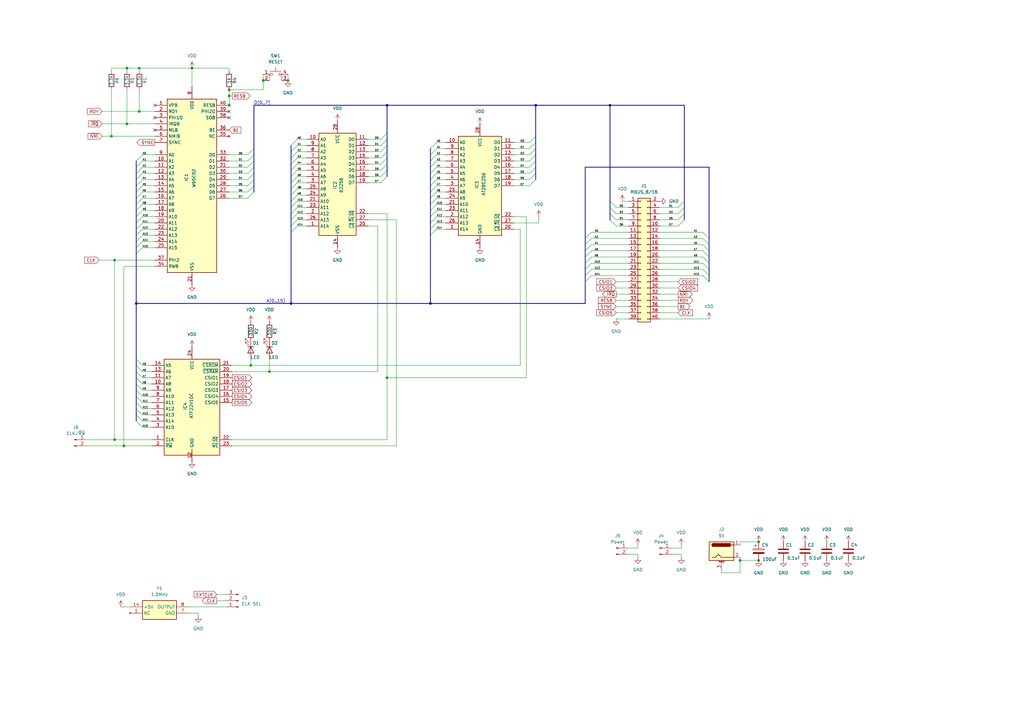
<source format=kicad_sch>
(kicad_sch (version 20231120) (generator "eeschema") (generator_version "8.0")
  (paper "A3")
  (title_block (title "MIC-1 CPU Board") (rev "1.0") (company "Mikael Eriksson"))
  (junction (at 46.99 180.34))
  (junction (at 176.53 124.46))
  (junction (at 102.87 149.86))
  (junction (at 57.15 45.72))
  (junction (at 46.99 106.68))
  (junction (at 50.8 182.88))
  (junction (at 93.98 43.18))
  (junction (at 311.15 222.25))
  (junction (at 107.95 33.02))
  (junction (at 78.74 27.94))
  (junction (at 250.19 43.18))
  (junction (at 158.75 43.18))
  (junction (at 52.07 50.8))
  (junction (at 55.88 124.46))
  (junction (at 158.75 154.94))
  (junction (at 57.15 27.94))
  (junction (at 311.15 229.87))
  (junction (at 52.07 27.94))
  (junction (at 93.98 36.83))
  (junction (at 110.49 152.4))
  (junction (at 219.71 43.18))
  (junction (at 118.11 33.02))
  (junction (at 119.38 124.46))
  (junction (at 93.98 39.37))
  (junction (at 303.53 229.87))
  (junction (at 45.72 55.88))
  (no_connect (at 93.98 48.26))
  (no_connect (at 93.98 45.72))
  (no_connect (at 63.5 48.26))
  (no_connect (at 63.5 43.18))
  (no_connect (at 63.5 53.34))
  (bus_entry (at 156.21 57.15) (size 2.54 -2.54))
  (bus_entry (at 156.21 74.93) (size 2.54 -2.54))
  (bus_entry (at 55.88 93.98) (size 2.54 -2.54))
  (bus_entry (at 176.53 63.5) (size 2.54 -2.54))
  (bus_entry (at 176.53 66.04) (size 2.54 -2.54))
  (bus_entry (at 55.88 86.36) (size 2.54 -2.54))
  (bus_entry (at 101.6 73.66) (size 2.54 -2.54))
  (bus_entry (at 288.29 97.79) (size 2.54 2.54))
  (bus_entry (at 278.13 90.17) (size 2.54 -2.54))
  (bus_entry (at 119.38 74.93) (size 2.54 -2.54))
  (bus_entry (at 55.88 149.86) (size 2.54 2.54))
  (bus_entry (at 55.88 78.74) (size 2.54 -2.54))
  (bus_entry (at 176.53 86.36) (size 2.54 -2.54))
  (bus_entry (at 156.21 67.31) (size 2.54 -2.54))
  (bus_entry (at 101.6 78.74) (size 2.54 -2.54))
  (bus_entry (at 288.29 105.41) (size 2.54 2.54))
  (bus_entry (at 55.88 73.66) (size 2.54 -2.54))
  (bus_entry (at 55.88 147.32) (size 2.54 2.54))
  (bus_entry (at 119.38 64.77) (size 2.54 -2.54))
  (bus_entry (at 55.88 96.52) (size 2.54 -2.54))
  (bus_entry (at 55.88 83.82) (size 2.54 -2.54))
  (bus_entry (at 217.17 71.12) (size 2.54 -2.54))
  (bus_entry (at 55.88 162.56) (size 2.54 2.54))
  (bus_entry (at 119.38 72.39) (size 2.54 -2.54))
  (bus_entry (at 119.38 77.47) (size 2.54 -2.54))
  (bus_entry (at 55.88 172.72) (size 2.54 2.54))
  (bus_entry (at 55.88 170.18) (size 2.54 2.54))
  (bus_entry (at 55.88 71.12) (size 2.54 -2.54))
  (bus_entry (at 101.6 81.28) (size 2.54 -2.54))
  (bus_entry (at 278.13 87.63) (size 2.54 -2.54))
  (bus_entry (at 250.19 90.17) (size 2.54 2.54))
  (bus_entry (at 55.88 76.2) (size 2.54 -2.54))
  (bus_entry (at 119.38 62.23) (size 2.54 -2.54))
  (bus_entry (at 156.21 62.23) (size 2.54 -2.54))
  (bus_entry (at 55.88 99.06) (size 2.54 -2.54))
  (bus_entry (at 101.6 66.04) (size 2.54 -2.54))
  (bus_entry (at 119.38 80.01) (size 2.54 -2.54))
  (bus_entry (at 55.88 157.48) (size 2.54 2.54))
  (bus_entry (at 176.53 96.52) (size 2.54 -2.54))
  (bus_entry (at 176.53 76.2) (size 2.54 -2.54))
  (bus_entry (at 55.88 68.58) (size 2.54 -2.54))
  (bus_entry (at 176.53 88.9) (size 2.54 -2.54))
  (bus_entry (at 101.6 71.12) (size 2.54 -2.54))
  (bus_entry (at 119.38 87.63) (size 2.54 -2.54))
  (bus_entry (at 176.53 93.98) (size 2.54 -2.54))
  (bus_entry (at 240.03 100.33) (size 2.54 -2.54))
  (bus_entry (at 101.6 63.5) (size 2.54 -2.54))
  (bus_entry (at 240.03 102.87) (size 2.54 -2.54))
  (bus_entry (at 217.17 58.42) (size 2.54 -2.54))
  (bus_entry (at 156.21 69.85) (size 2.54 -2.54))
  (bus_entry (at 240.03 97.79) (size 2.54 -2.54))
  (bus_entry (at 55.88 66.04) (size 2.54 -2.54))
  (bus_entry (at 278.13 85.09) (size 2.54 -2.54))
  (bus_entry (at 217.17 73.66) (size 2.54 -2.54))
  (bus_entry (at 119.38 92.71) (size 2.54 -2.54))
  (bus_entry (at 288.29 102.87) (size 2.54 2.54))
  (bus_entry (at 176.53 71.12) (size 2.54 -2.54))
  (bus_entry (at 119.38 85.09) (size 2.54 -2.54))
  (bus_entry (at 240.03 107.95) (size 2.54 -2.54))
  (bus_entry (at 240.03 113.03) (size 2.54 -2.54))
  (bus_entry (at 288.29 113.03) (size 2.54 2.54))
  (bus_entry (at 176.53 68.58) (size 2.54 -2.54))
  (bus_entry (at 55.88 88.9) (size 2.54 -2.54))
  (bus_entry (at 101.6 76.2) (size 2.54 -2.54))
  (bus_entry (at 55.88 91.44) (size 2.54 -2.54))
  (bus_entry (at 156.21 64.77) (size 2.54 -2.54))
  (bus_entry (at 288.29 107.95) (size 2.54 2.54))
  (bus_entry (at 119.38 67.31) (size 2.54 -2.54))
  (bus_entry (at 288.29 95.25) (size 2.54 2.54))
  (bus_entry (at 288.29 100.33) (size 2.54 2.54))
  (bus_entry (at 119.38 59.69) (size 2.54 -2.54))
  (bus_entry (at 176.53 78.74) (size 2.54 -2.54))
  (bus_entry (at 55.88 101.6) (size 2.54 -2.54))
  (bus_entry (at 55.88 81.28) (size 2.54 -2.54))
  (bus_entry (at 55.88 165.1) (size 2.54 2.54))
  (bus_entry (at 217.17 68.58) (size 2.54 -2.54))
  (bus_entry (at 250.19 85.09) (size 2.54 2.54))
  (bus_entry (at 278.13 92.71) (size 2.54 -2.54))
  (bus_entry (at 55.88 160.02) (size 2.54 2.54))
  (bus_entry (at 176.53 60.96) (size 2.54 -2.54))
  (bus_entry (at 217.17 63.5) (size 2.54 -2.54))
  (bus_entry (at 240.03 115.57) (size 2.54 -2.54))
  (bus_entry (at 240.03 110.49) (size 2.54 -2.54))
  (bus_entry (at 217.17 66.04) (size 2.54 -2.54))
  (bus_entry (at 55.88 154.94) (size 2.54 2.54))
  (bus_entry (at 217.17 60.96) (size 2.54 -2.54))
  (bus_entry (at 176.53 91.44) (size 2.54 -2.54))
  (bus_entry (at 119.38 90.17) (size 2.54 -2.54))
  (bus_entry (at 250.19 82.55) (size 2.54 2.54))
  (bus_entry (at 119.38 95.25) (size 2.54 -2.54))
  (bus_entry (at 101.6 68.58) (size 2.54 -2.54))
  (bus_entry (at 55.88 152.4) (size 2.54 2.54))
  (bus_entry (at 217.17 76.2) (size 2.54 -2.54))
  (bus_entry (at 55.88 167.64) (size 2.54 2.54))
  (bus_entry (at 176.53 83.82) (size 2.54 -2.54))
  (bus_entry (at 240.03 105.41) (size 2.54 -2.54))
  (bus_entry (at 288.29 110.49) (size 2.54 2.54))
  (bus_entry (at 156.21 59.69) (size 2.54 -2.54))
  (bus_entry (at 250.19 87.63) (size 2.54 2.54))
  (bus_entry (at 156.21 72.39) (size 2.54 -2.54))
  (bus_entry (at 176.53 73.66) (size 2.54 -2.54))
  (bus_entry (at 176.53 81.28) (size 2.54 -2.54))
  (bus_entry (at 55.88 104.14) (size 2.54 -2.54))
  (bus_entry (at 119.38 82.55) (size 2.54 -2.54))
  (bus_entry (at 119.38 69.85) (size 2.54 -2.54))
  (bus (pts (xy 290.83 100.33) (xy 290.83 102.87)))
  (bus (pts (xy 176.53 83.82) (xy 176.53 86.36)))
  (wire (pts (xy 261.62 227.33) (xy 261.62 228.6)))
  (bus (pts (xy 158.75 54.61) (xy 158.75 43.18)))
  (bus (pts (xy 55.88 167.64) (xy 55.88 165.1)))
  (wire (pts (xy 78.74 27.94) (xy 78.74 35.56)))
  (bus (pts (xy 55.88 157.48) (xy 55.88 154.94)))
  (bus (pts (xy 119.38 90.17) (xy 119.38 92.71)))
  (bus (pts (xy 55.88 160.02) (xy 55.88 157.48)))
  (bus (pts (xy 176.53 73.66) (xy 176.53 76.2)))
  (bus (pts (xy 240.03 102.87) (xy 240.03 105.41)))
  (bus (pts (xy 55.88 152.4) (xy 55.88 149.86)))
  (wire (pts (xy 88.9 243.84) (xy 92.71 243.84)))
  (bus (pts (xy 55.88 165.1) (xy 55.88 162.56)))
  (wire (pts (xy 95.25 182.88) (xy 162.56 182.88)))
  (wire (pts (xy 242.57 95.25) (xy 257.81 95.25)))
  (bus (pts (xy 55.88 96.52) (xy 55.88 99.06)))
  (bus (pts (xy 290.83 97.79) (xy 290.83 100.33)))
  (wire (pts (xy 158.75 87.63) (xy 151.13 87.63)))
  (wire (pts (xy 45.72 27.94) (xy 52.07 27.94)))
  (bus (pts (xy 176.53 76.2) (xy 176.53 78.74)))
  (bus (pts (xy 176.53 96.52) (xy 176.53 124.46)))
  (wire (pts (xy 279.4 223.52) (xy 279.4 224.79)))
  (wire (pts (xy 58.42 101.6) (xy 63.5 101.6)))
  (wire (pts (xy 179.07 91.44) (xy 182.88 91.44)))
  (bus (pts (xy 240.03 115.57) (xy 240.03 124.46)))
  (bus (pts (xy 219.71 60.96) (xy 219.71 58.42)))
  (bus (pts (xy 119.38 69.85) (xy 119.38 72.39)))
  (wire (pts (xy 95.25 152.4) (xy 110.49 152.4)))
  (bus (pts (xy 158.75 59.69) (xy 158.75 57.15)))
  (wire (pts (xy 270.51 100.33) (xy 288.29 100.33)))
  (wire (pts (xy 252.73 87.63) (xy 257.81 87.63)))
  (wire (pts (xy 121.92 69.85) (xy 125.73 69.85)))
  (bus (pts (xy 158.75 62.23) (xy 158.75 59.69)))
  (bus (pts (xy 55.88 172.72) (xy 55.88 170.18)))
  (wire (pts (xy 151.13 62.23) (xy 156.21 62.23)))
  (bus (pts (xy 55.88 81.28) (xy 55.88 83.82)))
  (wire (pts (xy 121.92 64.77) (xy 125.73 64.77)))
  (bus (pts (xy 219.71 68.58) (xy 219.71 66.04)))
  (wire (pts (xy 270.51 107.95) (xy 288.29 107.95)))
  (wire (pts (xy 213.36 149.86) (xy 213.36 93.98)))
  (bus (pts (xy 104.14 71.12) (xy 104.14 68.58)))
  (bus (pts (xy 119.38 124.46) (xy 176.53 124.46)))
  (bus (pts (xy 280.67 90.17) (xy 280.67 87.63)))
  (wire (pts (xy 57.15 27.94) (xy 78.74 27.94)))
  (wire (pts (xy 121.92 85.09) (xy 125.73 85.09)))
  (wire (pts (xy 93.98 27.94) (xy 93.98 29.21)))
  (bus (pts (xy 158.75 72.39) (xy 158.75 69.85)))
  (bus (pts (xy 240.03 124.46) (xy 176.53 124.46)))
  (bus (pts (xy 176.53 86.36) (xy 176.53 88.9)))
  (bus (pts (xy 119.38 74.93) (xy 119.38 77.47)))
  (wire (pts (xy 275.59 224.79) (xy 279.4 224.79)))
  (wire (pts (xy 121.92 67.31) (xy 125.73 67.31)))
  (wire (pts (xy 158.75 154.94) (xy 158.75 180.34)))
  (bus (pts (xy 119.38 82.55) (xy 119.38 85.09)))
  (wire (pts (xy 58.42 88.9) (xy 63.5 88.9)))
  (wire (pts (xy 52.07 50.8) (xy 63.5 50.8)))
  (wire (pts (xy 46.99 180.34) (xy 46.99 106.68)))
  (wire (pts (xy 242.57 97.79) (xy 257.81 97.79)))
  (bus (pts (xy 119.38 80.01) (xy 119.38 82.55)))
  (wire (pts (xy 252.73 115.57) (xy 257.81 115.57)))
  (wire (pts (xy 81.28 252.73) (xy 81.28 251.46)))
  (bus (pts (xy 219.71 58.42) (xy 219.71 55.88)))
  (wire (pts (xy 210.82 73.66) (xy 217.17 73.66)))
  (wire (pts (xy 270.51 97.79) (xy 288.29 97.79)))
  (wire (pts (xy 93.98 36.83) (xy 93.98 39.37)))
  (wire (pts (xy 58.42 172.72) (xy 62.23 172.72)))
  (wire (pts (xy 93.98 66.04) (xy 101.6 66.04)))
  (wire (pts (xy 58.42 73.66) (xy 63.5 73.66)))
  (bus (pts (xy 176.53 71.12) (xy 176.53 73.66)))
  (bus (pts (xy 104.14 76.2) (xy 104.14 78.74)))
  (bus (pts (xy 240.03 68.58) (xy 240.03 97.79)))
  (wire (pts (xy 93.98 63.5) (xy 101.6 63.5)))
  (wire (pts (xy 58.42 160.02) (xy 62.23 160.02)))
  (wire (pts (xy 121.92 57.15) (xy 125.73 57.15)))
  (bus (pts (xy 119.38 77.47) (xy 119.38 80.01)))
  (bus (pts (xy 158.75 43.18) (xy 219.71 43.18)))
  (wire (pts (xy 93.98 73.66) (xy 101.6 73.66)))
  (wire (pts (xy 78.74 27.94) (xy 93.98 27.94)))
  (wire (pts (xy 179.07 88.9) (xy 182.88 88.9)))
  (wire (pts (xy 210.82 88.9) (xy 215.9 88.9)))
  (wire (pts (xy 270.51 95.25) (xy 288.29 95.25)))
  (bus (pts (xy 55.88 93.98) (xy 55.88 96.52)))
  (wire (pts (xy 93.98 68.58) (xy 101.6 68.58)))
  (wire (pts (xy 179.07 83.82) (xy 182.88 83.82)))
  (bus (pts (xy 176.53 93.98) (xy 176.53 96.52)))
  (bus (pts (xy 176.53 60.96) (xy 176.53 63.5)))
  (wire (pts (xy 121.92 74.93) (xy 125.73 74.93)))
  (wire (pts (xy 81.28 251.46) (xy 77.47 251.46)))
  (wire (pts (xy 58.42 83.82) (xy 63.5 83.82)))
  (wire (pts (xy 151.13 69.85) (xy 156.21 69.85)))
  (wire (pts (xy 40.64 106.68) (xy 46.99 106.68)))
  (wire (pts (xy 58.42 170.18) (xy 62.23 170.18)))
  (bus (pts (xy 55.88 124.46) (xy 119.38 124.46)))
  (bus (pts (xy 290.83 105.41) (xy 290.83 107.95)))
  (wire (pts (xy 91.44 43.18) (xy 93.98 43.18)))
  (wire (pts (xy 58.42 81.28) (xy 63.5 81.28)))
  (wire (pts (xy 88.9 246.38) (xy 92.71 246.38)))
  (bus (pts (xy 240.03 107.95) (xy 240.03 110.49)))
  (wire (pts (xy 303.53 228.6) (xy 303.53 229.87)))
  (wire (pts (xy 179.07 60.96) (xy 182.88 60.96)))
  (wire (pts (xy 220.98 88.9) (xy 220.98 91.44)))
  (bus (pts (xy 290.83 107.95) (xy 290.83 110.49)))
  (wire (pts (xy 121.92 82.55) (xy 125.73 82.55)))
  (bus (pts (xy 119.38 64.77) (xy 119.38 67.31)))
  (bus (pts (xy 240.03 100.33) (xy 240.03 102.87)))
  (bus (pts (xy 55.88 99.06) (xy 55.88 101.6)))
  (bus (pts (xy 290.83 97.79) (xy 290.83 68.58)))
  (wire (pts (xy 311.15 229.87) (xy 303.53 229.87)))
  (wire (pts (xy 242.57 113.03) (xy 257.81 113.03)))
  (wire (pts (xy 63.5 109.22) (xy 50.8 109.22)))
  (wire (pts (xy 102.87 147.32) (xy 102.87 149.86)))
  (wire (pts (xy 58.42 165.1) (xy 62.23 165.1)))
  (wire (pts (xy 110.49 147.32) (xy 110.49 152.4)))
  (wire (pts (xy 261.62 223.52) (xy 261.62 224.79)))
  (wire (pts (xy 46.99 106.68) (xy 63.5 106.68)))
  (wire (pts (xy 52.07 36.83) (xy 52.07 50.8)))
  (bus (pts (xy 176.53 78.74) (xy 176.53 81.28)))
  (bus (pts (xy 219.71 55.88) (xy 219.71 43.18)))
  (wire (pts (xy 252.73 85.09) (xy 257.81 85.09)))
  (wire (pts (xy 179.07 81.28) (xy 182.88 81.28)))
  (wire (pts (xy 295.91 234.95) (xy 303.53 234.95)))
  (bus (pts (xy 250.19 85.09) (xy 250.19 82.55)))
  (wire (pts (xy 52.07 27.94) (xy 52.07 29.21)))
  (wire (pts (xy 303.53 223.52) (xy 303.53 222.25)))
  (wire (pts (xy 270.51 128.27) (xy 278.13 128.27)))
  (wire (pts (xy 270.51 118.11) (xy 278.13 118.11)))
  (wire (pts (xy 93.98 81.28) (xy 101.6 81.28)))
  (bus (pts (xy 158.75 64.77) (xy 158.75 62.23)))
  (bus (pts (xy 176.53 66.04) (xy 176.53 68.58)))
  (wire (pts (xy 210.82 66.04) (xy 217.17 66.04)))
  (wire (pts (xy 41.91 50.8) (xy 52.07 50.8)))
  (wire (pts (xy 270.51 115.57) (xy 278.13 115.57)))
  (wire (pts (xy 35.56 180.34) (xy 46.99 180.34)))
  (wire (pts (xy 210.82 63.5) (xy 217.17 63.5)))
  (wire (pts (xy 270.51 87.63) (xy 278.13 87.63)))
  (wire (pts (xy 95.25 39.37) (xy 93.98 39.37)))
  (wire (pts (xy 58.42 167.64) (xy 62.23 167.64)))
  (wire (pts (xy 121.92 92.71) (xy 125.73 92.71)))
  (bus (pts (xy 176.53 88.9) (xy 176.53 91.44)))
  (wire (pts (xy 63.5 55.88) (xy 45.72 55.88)))
  (wire (pts (xy 252.73 92.71) (xy 257.81 92.71)))
  (bus (pts (xy 55.88 101.6) (xy 55.88 104.14)))
  (wire (pts (xy 252.73 128.27) (xy 257.81 128.27)))
  (bus (pts (xy 104.14 73.66) (xy 104.14 71.12)))
  (bus (pts (xy 250.19 82.55) (xy 250.19 43.18)))
  (bus (pts (xy 55.88 86.36) (xy 55.88 88.9)))
  (bus (pts (xy 250.19 90.17) (xy 250.19 87.63)))
  (wire (pts (xy 58.42 91.44) (xy 63.5 91.44)))
  (bus (pts (xy 55.88 91.44) (xy 55.88 93.98)))
  (bus (pts (xy 219.71 63.5) (xy 219.71 60.96)))
  (wire (pts (xy 118.11 30.48) (xy 118.11 33.02)))
  (bus (pts (xy 55.88 71.12) (xy 55.88 73.66)))
  (wire (pts (xy 58.42 149.86) (xy 62.23 149.86)))
  (bus (pts (xy 119.38 95.25) (xy 119.38 124.46)))
  (wire (pts (xy 270.51 130.81) (xy 290.83 130.81)))
  (wire (pts (xy 93.98 36.83) (xy 107.95 36.83)))
  (bus (pts (xy 280.67 87.63) (xy 280.67 85.09)))
  (wire (pts (xy 121.92 59.69) (xy 125.73 59.69)))
  (wire (pts (xy 179.07 68.58) (xy 182.88 68.58)))
  (wire (pts (xy 121.92 90.17) (xy 125.73 90.17)))
  (wire (pts (xy 58.42 71.12) (xy 63.5 71.12)))
  (wire (pts (xy 58.42 157.48) (xy 62.23 157.48)))
  (bus (pts (xy 240.03 105.41) (xy 240.03 107.95)))
  (bus (pts (xy 55.88 162.56) (xy 55.88 160.02)))
  (bus (pts (xy 55.88 78.74) (xy 55.88 81.28)))
  (wire (pts (xy 210.82 91.44) (xy 220.98 91.44)))
  (wire (pts (xy 110.49 152.4) (xy 154.94 152.4)))
  (wire (pts (xy 162.56 90.17) (xy 162.56 182.88)))
  (bus (pts (xy 119.38 87.63) (xy 119.38 90.17)))
  (wire (pts (xy 154.94 92.71) (xy 151.13 92.71)))
  (wire (pts (xy 77.47 248.92) (xy 92.71 248.92)))
  (wire (pts (xy 50.8 182.88) (xy 62.23 182.88)))
  (bus (pts (xy 104.14 60.96) (xy 104.14 43.18)))
  (wire (pts (xy 58.42 152.4) (xy 62.23 152.4)))
  (wire (pts (xy 151.13 59.69) (xy 156.21 59.69)))
  (wire (pts (xy 52.07 27.94) (xy 57.15 27.94)))
  (wire (pts (xy 93.98 39.37) (xy 93.98 43.18)))
  (wire (pts (xy 58.42 154.94) (xy 62.23 154.94)))
  (wire (pts (xy 41.91 55.88) (xy 45.72 55.88)))
  (bus (pts (xy 55.88 73.66) (xy 55.88 76.2)))
  (wire (pts (xy 154.94 152.4) (xy 154.94 92.71)))
  (wire (pts (xy 58.42 96.52) (xy 63.5 96.52)))
  (wire (pts (xy 93.98 71.12) (xy 101.6 71.12)))
  (wire (pts (xy 93.98 76.2) (xy 101.6 76.2)))
  (wire (pts (xy 270.51 92.71) (xy 278.13 92.71)))
  (wire (pts (xy 242.57 110.49) (xy 257.81 110.49)))
  (wire (pts (xy 179.07 66.04) (xy 182.88 66.04)))
  (bus (pts (xy 104.14 43.18) (xy 158.75 43.18)))
  (wire (pts (xy 257.81 227.33) (xy 261.62 227.33)))
  (wire (pts (xy 151.13 72.39) (xy 156.21 72.39)))
  (bus (pts (xy 158.75 67.31) (xy 158.75 64.77)))
  (wire (pts (xy 252.73 130.81) (xy 257.81 130.81)))
  (bus (pts (xy 240.03 97.79) (xy 240.03 100.33)))
  (bus (pts (xy 219.71 71.12) (xy 219.71 68.58)))
  (wire (pts (xy 179.07 93.98) (xy 182.88 93.98)))
  (wire (pts (xy 58.42 78.74) (xy 63.5 78.74)))
  (bus (pts (xy 55.88 66.04) (xy 55.88 68.58)))
  (wire (pts (xy 215.9 88.9) (xy 215.9 154.94)))
  (bus (pts (xy 290.83 113.03) (xy 290.83 115.57)))
  (wire (pts (xy 58.42 68.58) (xy 63.5 68.58)))
  (wire (pts (xy 45.72 27.94) (xy 45.72 29.21)))
  (wire (pts (xy 121.92 72.39) (xy 125.73 72.39)))
  (wire (pts (xy 270.51 125.73) (xy 278.13 125.73)))
  (wire (pts (xy 58.42 162.56) (xy 62.23 162.56)))
  (wire (pts (xy 107.95 30.48) (xy 107.95 33.02)))
  (wire (pts (xy 210.82 58.42) (xy 217.17 58.42)))
  (wire (pts (xy 95.25 149.86) (xy 102.87 149.86)))
  (bus (pts (xy 55.88 76.2) (xy 55.88 78.74)))
  (wire (pts (xy 270.51 123.19) (xy 278.13 123.19)))
  (bus (pts (xy 119.38 72.39) (xy 119.38 74.93)))
  (wire (pts (xy 252.73 120.65) (xy 257.81 120.65)))
  (bus (pts (xy 250.19 87.63) (xy 250.19 85.09)))
  (wire (pts (xy 121.92 77.47) (xy 125.73 77.47)))
  (bus (pts (xy 176.53 81.28) (xy 176.53 83.82)))
  (wire (pts (xy 57.15 45.72) (xy 63.5 45.72)))
  (wire (pts (xy 213.36 93.98) (xy 210.82 93.98)))
  (wire (pts (xy 49.53 248.92) (xy 53.34 248.92)))
  (bus (pts (xy 280.67 85.09) (xy 280.67 82.55)))
  (wire (pts (xy 95.25 180.34) (xy 158.75 180.34)))
  (wire (pts (xy 158.75 154.94) (xy 215.9 154.94)))
  (wire (pts (xy 242.57 107.95) (xy 257.81 107.95)))
  (wire (pts (xy 179.07 71.12) (xy 182.88 71.12)))
  (bus (pts (xy 119.38 67.31) (xy 119.38 69.85)))
  (wire (pts (xy 57.15 36.83) (xy 57.15 45.72)))
  (wire (pts (xy 58.42 76.2) (xy 63.5 76.2)))
  (bus (pts (xy 55.88 170.18) (xy 55.88 167.64)))
  (wire (pts (xy 210.82 76.2) (xy 217.17 76.2)))
  (bus (pts (xy 290.83 110.49) (xy 290.83 113.03)))
  (bus (pts (xy 119.38 85.09) (xy 119.38 87.63)))
  (wire (pts (xy 257.81 224.79) (xy 261.62 224.79)))
  (wire (pts (xy 270.51 90.17) (xy 278.13 90.17)))
  (wire (pts (xy 151.13 64.77) (xy 156.21 64.77)))
  (wire (pts (xy 210.82 68.58) (xy 217.17 68.58)))
  (wire (pts (xy 45.72 55.88) (xy 45.72 36.83)))
  (wire (pts (xy 151.13 74.93) (xy 156.21 74.93)))
  (wire (pts (xy 270.51 105.41) (xy 288.29 105.41)))
  (bus (pts (xy 176.53 63.5) (xy 176.53 66.04)))
  (bus (pts (xy 55.88 149.86) (xy 55.88 147.32)))
  (bus (pts (xy 55.88 104.14) (xy 55.88 124.46)))
  (wire (pts (xy 58.42 93.98) (xy 63.5 93.98)))
  (wire (pts (xy 151.13 57.15) (xy 156.21 57.15)))
  (wire (pts (xy 58.42 175.26) (xy 62.23 175.26)))
  (bus (pts (xy 55.88 83.82) (xy 55.88 86.36)))
  (wire (pts (xy 179.07 86.36) (xy 182.88 86.36)))
  (bus (pts (xy 55.88 154.94) (xy 55.88 152.4)))
  (wire (pts (xy 270.51 102.87) (xy 288.29 102.87)))
  (bus (pts (xy 104.14 63.5) (xy 104.14 60.96)))
  (wire (pts (xy 179.07 73.66) (xy 182.88 73.66)))
  (wire (pts (xy 102.87 149.86) (xy 213.36 149.86)))
  (wire (pts (xy 62.23 180.34) (xy 46.99 180.34)))
  (bus (pts (xy 104.14 66.04) (xy 104.14 63.5)))
  (wire (pts (xy 121.92 62.23) (xy 125.73 62.23)))
  (bus (pts (xy 104.14 68.58) (xy 104.14 66.04)))
  (wire (pts (xy 252.73 118.11) (xy 257.81 118.11)))
  (wire (pts (xy 275.59 227.33) (xy 279.4 227.33)))
  (bus (pts (xy 250.19 43.18) (xy 280.67 43.18)))
  (bus (pts (xy 280.67 82.55) (xy 280.67 43.18)))
  (wire (pts (xy 242.57 102.87) (xy 257.81 102.87)))
  (wire (pts (xy 151.13 67.31) (xy 156.21 67.31)))
  (wire (pts (xy 242.57 100.33) (xy 257.81 100.33)))
  (bus (pts (xy 158.75 57.15) (xy 158.75 54.61)))
  (bus (pts (xy 219.71 43.18) (xy 250.19 43.18)))
  (bus (pts (xy 290.83 102.87) (xy 290.83 105.41)))
  (wire (pts (xy 179.07 78.74) (xy 182.88 78.74)))
  (wire (pts (xy 303.53 229.87) (xy 303.53 234.95)))
  (bus (pts (xy 290.83 68.58) (xy 240.03 68.58)))
  (wire (pts (xy 58.42 63.5) (xy 63.5 63.5)))
  (wire (pts (xy 242.57 105.41) (xy 257.81 105.41)))
  (bus (pts (xy 219.71 73.66) (xy 219.71 71.12)))
  (wire (pts (xy 58.42 66.04) (xy 63.5 66.04)))
  (wire (pts (xy 303.53 222.25) (xy 311.15 222.25)))
  (wire (pts (xy 58.42 86.36) (xy 63.5 86.36)))
  (bus (pts (xy 55.88 88.9) (xy 55.88 91.44)))
  (wire (pts (xy 35.56 182.88) (xy 50.8 182.88)))
  (wire (pts (xy 57.15 27.94) (xy 57.15 29.21)))
  (wire (pts (xy 270.51 85.09) (xy 278.13 85.09)))
  (wire (pts (xy 270.51 120.65) (xy 278.13 120.65)))
  (bus (pts (xy 119.38 62.23) (xy 119.38 64.77)))
  (wire (pts (xy 255.27 82.55) (xy 257.81 82.55)))
  (wire (pts (xy 179.07 58.42) (xy 182.88 58.42)))
  (wire (pts (xy 158.75 154.94) (xy 158.75 87.63)))
  (wire (pts (xy 270.51 110.49) (xy 288.29 110.49)))
  (bus (pts (xy 176.53 68.58) (xy 176.53 71.12)))
  (bus (pts (xy 240.03 113.03) (xy 240.03 115.57)))
  (bus (pts (xy 119.38 92.71) (xy 119.38 95.25)))
  (wire (pts (xy 279.4 227.33) (xy 279.4 228.6)))
  (bus (pts (xy 158.75 69.85) (xy 158.75 67.31)))
  (bus (pts (xy 176.53 91.44) (xy 176.53 93.98)))
  (wire (pts (xy 121.92 87.63) (xy 125.73 87.63)))
  (wire (pts (xy 252.73 90.17) (xy 257.81 90.17)))
  (wire (pts (xy 58.42 99.06) (xy 63.5 99.06)))
  (bus (pts (xy 219.71 66.04) (xy 219.71 63.5)))
  (wire (pts (xy 121.92 80.01) (xy 125.73 80.01)))
  (wire (pts (xy 179.07 63.5) (xy 182.88 63.5)))
  (wire (pts (xy 107.95 36.83) (xy 107.95 33.02)))
  (wire (pts (xy 93.98 78.74) (xy 101.6 78.74)))
  (wire (pts (xy 210.82 60.96) (xy 217.17 60.96)))
  (bus (pts (xy 119.38 59.69) (xy 119.38 62.23)))
  (wire (pts (xy 162.56 90.17) (xy 151.13 90.17)))
  (wire (pts (xy 179.07 76.2) (xy 182.88 76.2)))
  (wire (pts (xy 252.73 123.19) (xy 257.81 123.19)))
  (wire (pts (xy 252.73 125.73) (xy 257.81 125.73)))
  (bus (pts (xy 55.88 68.58) (xy 55.88 71.12)))
  (wire (pts (xy 210.82 71.12) (xy 217.17 71.12)))
  (wire (pts (xy 50.8 109.22) (xy 50.8 182.88)))
  (bus (pts (xy 55.88 124.46) (xy 55.88 147.32)))
  (wire (pts (xy 270.51 113.03) (xy 288.29 113.03)))
  (bus (pts (xy 240.03 110.49) (xy 240.03 113.03)))
  (wire (pts (xy 41.91 45.72) (xy 57.15 45.72)))
  (bus (pts (xy 104.14 76.2) (xy 104.14 73.66)))
  (label "A2" (at 121.92 62.23 0) (effects (font (size 0.762 0.762))))
  (label "A3" (at 284.48 97.79 0) (effects (font (size 0.762 0.762))))
  (label "D5" (at 274.32 90.17 0) (effects (font (size 0.762 0.762))))
  (label "A11" (at 121.92 85.09 0) (effects (font (size 0.762 0.762))))
  (label "A13" (at 58.42 96.52 0) (effects (font (size 0.762 0.762))))
  (label "A13" (at 58.42 170.18 0) (effects (font (size 0.762 0.762))))
  (label "A0" (at 121.92 57.15 0) (effects (font (size 0.762 0.762))))
  (label "D0" (at 153.67 57.15 0) (effects (font (size 0.762 0.762))))
  (label "A1" (at 58.42 66.04 0) (effects (font (size 0.762 0.762))))
  (label "D2" (at 254 87.63 0) (effects (font (size 0.762 0.762))))
  (label "A9" (at 121.92 80.01 0) (effects (font (size 0.762 0.762))))
  (label "D3" (at 213.36 66.04 0) (effects (font (size 0.762 0.762))))
  (label "A7" (at 121.92 74.93 0) (effects (font (size 0.762 0.762))))
  (label "A3" (at 121.92 64.77 0) (effects (font (size 0.762 0.762))))
  (label "A10" (at 58.42 88.9 0) (effects (font (size 0.762 0.762))))
  (label "A11" (at 58.42 165.1 0) (effects (font (size 0.762 0.762))))
  (label "D3" (at 153.67 64.77 0) (effects (font (size 0.762 0.762))))
  (label "A6" (at 243.84 102.87 0) (effects (font (size 0.762 0.762))))
  (label "D7" (at 274.32 92.71 0) (effects (font (size 0.762 0.762))))
  (label "A3" (at 58.42 71.12 0) (effects (font (size 0.762 0.762))))
  (label "A8" (at 179.07 78.74 0) (effects (font (size 0.762 0.762))))
  (label "A4" (at 121.92 67.31 0) (effects (font (size 0.762 0.762))))
  (label "A2" (at 179.07 63.5 0) (effects (font (size 0.762 0.762))))
  (label "D5" (at 153.67 69.85 0) (effects (font (size 0.762 0.762))))
  (label "D3" (at 274.32 87.63 0) (effects (font (size 0.762 0.762))))
  (label "A5" (at 284.48 100.33 0) (effects (font (size 0.762 0.762))))
  (label "A7" (at 58.42 81.28 0) (effects (font (size 0.762 0.762))))
  (label "A12" (at 121.92 87.63 0) (effects (font (size 0.762 0.762))))
  (label "A6" (at 121.92 72.39 0) (effects (font (size 0.762 0.762))))
  (label "D6" (at 213.36 73.66 0) (effects (font (size 0.762 0.762))))
  (label "D6" (at 97.79 78.74 0) (effects (font (size 0.762 0.762))))
  (label "D1" (at 274.32 85.09 0) (effects (font (size 0.762 0.762))))
  (label "A10" (at 179.07 83.82 0) (effects (font (size 0.762 0.762))))
  (label "A0" (at 243.84 95.25 0) (effects (font (size 0.762 0.762))))
  (label "A14" (at 58.42 99.06 0) (effects (font (size 0.762 0.762))))
  (label "D6" (at 254 92.71 0) (effects (font (size 0.762 0.762))))
  (label "D7" (at 153.67 74.93 0) (effects (font (size 0.762 0.762))))
  (label "D4" (at 254 90.17 0) (effects (font (size 0.762 0.762))))
  (label "A4" (at 179.07 68.58 0) (effects (font (size 0.762 0.762))))
  (label "A7" (at 284.48 102.87 0) (effects (font (size 0.762 0.762))))
  (label "A10" (at 243.84 107.95 0) (effects (font (size 0.762 0.762))))
  (label "D4" (at 213.36 68.58 0) (effects (font (size 0.762 0.762))))
  (label "A5" (at 179.07 71.12 0) (effects (font (size 0.762 0.762))))
  (label "A11" (at 179.07 86.36 0) (effects (font (size 0.762 0.762))))
  (label "A14" (at 243.84 113.03 0) (effects (font (size 0.762 0.762))))
  (label "D4" (at 153.67 67.31 0) (effects (font (size 0.762 0.762))))
  (label "A0" (at 179.07 58.42 0) (effects (font (size 0.762 0.762))))
  (label "A1" (at 179.07 60.96 0) (effects (font (size 0.762 0.762))))
  (label "A14" (at 58.42 172.72 0) (effects (font (size 0.762 0.762))))
  (label "A8" (at 58.42 83.82 0) (effects (font (size 0.762 0.762))))
  (label "A14" (at 121.92 92.71 0) (effects (font (size 0.762 0.762))))
  (label "A8" (at 58.42 157.48 0) (effects (font (size 0.762 0.762))))
  (label "D0" (at 254 85.09 0) (effects (font (size 0.762 0.762))))
  (label "A9" (at 179.07 81.28 0) (effects (font (size 0.762 0.762))))
  (label "A0" (at 58.42 63.5 0) (effects (font (size 0.762 0.762))))
  (label "D0" (at 97.79 63.5 0) (effects (font (size 0.762 0.762))))
  (label "A9" (at 58.42 86.36 0) (effects (font (size 0.762 0.762))))
  (label "A15" (at 58.42 175.26 0) (effects (font (size 0.762 0.762))))
  (label "D2" (at 153.67 62.23 0) (effects (font (size 0.762 0.762))))
  (label "A13" (at 121.92 90.17 0) (effects (font (size 0.762 0.762))))
  (label "D2" (at 213.36 63.5 0) (effects (font (size 0.762 0.762))))
  (label "A[0..15]" (at 109.22 124.46 0))
  (label "A5" (at 58.42 76.2 0) (effects (font (size 0.762 0.762))))
  (label "A8" (at 121.92 77.47 0) (effects (font (size 0.762 0.762))))
  (label "A9" (at 58.42 160.02 0) (effects (font (size 0.762 0.762))))
  (label "D6" (at 153.67 72.39 0) (effects (font (size 0.762 0.762))))
  (label "A5" (at 58.42 149.86 0) (effects (font (size 0.762 0.762))))
  (label "D7" (at 213.36 76.2 0) (effects (font (size 0.762 0.762))))
  (label "A13" (at 179.07 91.44 0) (effects (font (size 0.762 0.762))))
  (label "A6" (at 58.42 152.4 0) (effects (font (size 0.762 0.762))))
  (label "A11" (at 284.48 107.95 0) (effects (font (size 0.762 0.762))))
  (label "A12" (at 179.07 88.9 0) (effects (font (size 0.762 0.762))))
  (label "A4" (at 243.84 100.33 0) (effects (font (size 0.762 0.762))))
  (label "A11" (at 58.42 91.44 0) (effects (font (size 0.762 0.762))))
  (label "A10" (at 121.92 82.55 0) (effects (font (size 0.762 0.762))))
  (label "D5" (at 97.79 76.2 0) (effects (font (size 0.762 0.762))))
  (label "A2" (at 58.42 68.58 0) (effects (font (size 0.762 0.762))))
  (label "D5" (at 213.36 71.12 0) (effects (font (size 0.762 0.762))))
  (label "D[0..7]" (at 104.14 43.18 0))
  (label "A3" (at 179.07 66.04 0) (effects (font (size 0.762 0.762))))
  (label "A15" (at 284.48 113.03 0) (effects (font (size 0.762 0.762))))
  (label "A12" (at 58.42 93.98 0) (effects (font (size 0.762 0.762))))
  (label "A10" (at 58.42 162.56 0) (effects (font (size 0.762 0.762))))
  (label "A6" (at 58.42 78.74 0) (effects (font (size 0.762 0.762))))
  (label "A5" (at 121.92 69.85 0) (effects (font (size 0.762 0.762))))
  (label "D7" (at 97.79 81.28 0) (effects (font (size 0.762 0.762))))
  (label "A12" (at 243.84 110.49 0) (effects (font (size 0.762 0.762))))
  (label "D4" (at 97.79 73.66 0) (effects (font (size 0.762 0.762))))
  (label "A4" (at 58.42 73.66 0) (effects (font (size 0.762 0.762))))
  (label "D1" (at 153.67 59.69 0) (effects (font (size 0.762 0.762))))
  (label "A7" (at 179.07 76.2 0) (effects (font (size 0.762 0.762))))
  (label "A15" (at 58.42 101.6 0) (effects (font (size 0.762 0.762))))
  (label "D2" (at 97.79 68.58 0) (effects (font (size 0.762 0.762))))
  (label "A2" (at 243.84 97.79 0) (effects (font (size 0.762 0.762))))
  (label "D3" (at 97.79 71.12 0) (effects (font (size 0.762 0.762))))
  (label "A1" (at 284.48 95.25 0) (effects (font (size 0.762 0.762))))
  (label "A8" (at 243.84 105.41 0) (effects (font (size 0.762 0.762))))
  (label "A12" (at 58.42 167.64 0) (effects (font (size 0.762 0.762))))
  (label "A6" (at 179.07 73.66 0) (effects (font (size 0.762 0.762))))
  (label "A7" (at 58.42 154.94 0) (effects (font (size 0.762 0.762))))
  (label "D1" (at 213.36 60.96 0) (effects (font (size 0.762 0.762))))
  (label "A14" (at 179.07 93.98 0) (effects (font (size 0.762 0.762))))
  (label "D0" (at 213.36 58.42 0) (effects (font (size 0.762 0.762))))
  (label "A9" (at 284.48 105.41 0) (effects (font (size 0.762 0.762))))
  (label "D1" (at 97.79 66.04 0) (effects (font (size 0.762 0.762))))
  (label "A13" (at 284.48 110.49 0) (effects (font (size 0.762 0.762))))
  (label "A1" (at 121.92 59.69 0) (effects (font (size 0.762 0.762))))
  (global_label "~{IRQ}" (shape input) (at 41.91 50.8 180) (property "Intersheetrefs" "${INTERSHEET_REFS}" (effects (hide yes))))
  (global_label "CSIO1" (shape output) (at 95.25 154.94 0) (property "Intersheetrefs" "${INTERSHEET_REFS}" (effects (hide yes))))
  (global_label "~{NMI}" (shape output) (at 278.13 120.65 0) (property "Intersheetrefs" "${INTERSHEET_REFS}" (effects (hide yes))))
  (global_label "~{NMI}" (shape input) (at 41.91 55.88 180) (property "Intersheetrefs" "${INTERSHEET_REFS}" (effects (hide yes))))
  (global_label "CSIO4" (shape output) (at 95.25 162.56 0) (property "Intersheetrefs" "${INTERSHEET_REFS}" (effects (hide yes))))
  (global_label "RESB" (shape output) (at 95.25 39.37 0) (property "Intersheetrefs" "${INTERSHEET_REFS}" (effects (hide yes))))
  (global_label "SYNC" (shape input) (at 252.73 125.73 180) (property "Intersheetrefs" "${INTERSHEET_REFS}" (effects (hide yes))))
  (global_label "RDY" (shape output) (at 278.13 123.19 0) (property "Intersheetrefs" "${INTERSHEET_REFS}" (effects (hide yes))))
  (global_label "BE" (shape input) (at 93.98 53.34 0) (property "Intersheetrefs" "${INTERSHEET_REFS}" (effects (hide yes))))
  (global_label "CSIO3" (shape input) (at 252.73 118.11 180) (property "Intersheetrefs" "${INTERSHEET_REFS}" (effects (hide yes))))
  (global_label "RDY" (shape input) (at 41.91 45.72 180) (property "Intersheetrefs" "${INTERSHEET_REFS}" (effects (hide yes))))
  (global_label "~{IRQ}" (shape output) (at 252.73 120.65 180) (property "Intersheetrefs" "${INTERSHEET_REFS}" (effects (hide yes))))
  (global_label "CSIO5" (shape output) (at 95.25 165.1 0) (property "Intersheetrefs" "${INTERSHEET_REFS}" (effects (hide yes))))
  (global_label "EXTCLK" (shape input) (at 88.9 243.84 180) (property "Intersheetrefs" "${INTERSHEET_REFS}" (effects (hide yes))))
  (global_label "CLK" (shape output) (at 88.9 246.38 180) (property "Intersheetrefs" "${INTERSHEET_REFS}" (effects (hide yes))))
  (global_label "CSIO1" (shape input) (at 252.73 115.57 180) (property "Intersheetrefs" "${INTERSHEET_REFS}" (effects (hide yes))))
  (global_label "CSIO4" (shape input) (at 278.13 118.11 0) (property "Intersheetrefs" "${INTERSHEET_REFS}" (effects (hide yes))))
  (global_label "CLK" (shape input) (at 40.64 106.68 180) (property "Intersheetrefs" "${INTERSHEET_REFS}" (effects (hide yes))))
  (global_label "CSIO2" (shape output) (at 95.25 157.48 0) (property "Intersheetrefs" "${INTERSHEET_REFS}" (effects (hide yes))))
  (global_label "CSIO5" (shape input) (at 252.73 128.27 180) (property "Intersheetrefs" "${INTERSHEET_REFS}" (effects (hide yes))))
  (global_label "CLK" (shape input) (at 278.13 128.27 0) (property "Intersheetrefs" "${INTERSHEET_REFS}" (effects (hide yes))))
  (global_label "BE" (shape output) (at 278.13 125.73 0) (property "Intersheetrefs" "${INTERSHEET_REFS}" (effects (hide yes))))
  (global_label "CSIO3" (shape output) (at 95.25 160.02 0) (property "Intersheetrefs" "${INTERSHEET_REFS}" (effects (hide yes))))
  (global_label "CSIO2" (shape input) (at 278.13 115.57 0) (property "Intersheetrefs" "${INTERSHEET_REFS}" (effects (hide yes))))
  (global_label "SYNC" (shape output) (at 63.5 58.42 180) (property "Intersheetrefs" "${INTERSHEET_REFS}" (effects (hide yes))))
  (global_label "RESB" (shape input) (at 252.73 123.19 180) (property "Intersheetrefs" "${INTERSHEET_REFS}" (effects (hide yes))))
  (symbol (lib_id "power:GND") (at 270.51 82.55 90) (unit 1)
    (property "Reference" "#PWR028" (effects (hide yes)))
    (property "Value" "GND" (at 274.32 82.5499 90) (effects (justify right)))
    (property "Description" "Power symbol creates a global label with name \"GND\" , ground" (effects (hide yes)))
  )
  (symbol (lib_id "power:GND") (at 311.15 229.87 0) (unit 1)
    (property "Reference" "#PWR020" (effects (hide yes)))
    (property "Value" "GND" (at 311.15 234.95 0))
    (property "Description" "Power symbol creates a global label with name \"GND\" , ground" (effects (hide yes)))
  )
  (symbol (lib_id "power:VDD") (at 311.15 222.25 0) (unit 1)
    (property "Reference" "#PWR021" (effects (hide yes)))
    (property "Value" "VDD" (at 311.15 217.17 0))
    (property "Description" "Power symbol creates a global label with name \"VDD\"" (effects (hide yes)))
  )
  (symbol (lib_id "Device:LED") (at 102.87 143.51 270) (unit 1)
    (property "Reference" "D1" (at 103.632 140.716 90) (effects (justify left)))
    (property "Value" "LED" (at 102.87 146.558 90) (effects (justify left)))
    (property "Footprint" "LED_THT:LED_D5.0mm" (effects (hide yes)))
    (property "Description" "Light emitting diode" (effects (hide yes)))
  )
  (symbol (lib_id "power:GND") (at 339.09 229.87 0) (unit 1)
    (property "Reference" "#PWR012" (effects (hide yes)))
    (property "Value" "GND" (at 339.09 234.95 0))
    (property "Description" "Power symbol creates a global label with name \"GND\" , ground" (effects (hide yes)))
  )
  (symbol (lib_id "Device:R") (at 52.07 33.02 0) (unit 1)
    (property "Reference" "R5" (at 54.356 33.02 90))
    (property "Value" "3.3k" (at 51.308 33.02 90) (effects (justify top)))
    (property "Footprint" "Resistor_THT:R_Axial_DIN0207_L6.3mm_D2.5mm_P7.62mm_Horizontal" (effects (hide yes)))
    (property "Description" "Resistor" (effects (hide yes)))
  )
  (symbol (lib_id "Device:R") (at 102.87 135.89 0) (unit 1)
    (property "Reference" "R2" (at 105.156 135.89 90))
    (property "Value" "330" (at 102.108 135.89 90) (effects (justify top)))
    (property "Footprint" "Resistor_THT:R_Axial_DIN0207_L6.3mm_D2.5mm_P7.62mm_Horizontal" (effects (hide yes)))
    (property "Description" "Resistor" (effects (hide yes)))
  )
  (symbol (lib_id "power:VDD") (at 78.74 142.24 0) (unit 1)
    (property "Reference" "#PWR07" (effects (hide yes)))
    (property "Value" "VDD" (at 78.74 137.16 0))
    (property "Description" "Power symbol creates a global label with name \"VDD\"" (effects (hide yes)))
  )
  (symbol (lib_id "power:GND") (at 138.43 101.6 0) (unit 1)
    (property "Reference" "#PWR05" (effects (hide yes)))
    (property "Value" "GND" (at 138.43 106.68 0))
    (property "Description" "Power symbol creates a global label with name \"GND\" , ground" (effects (hide yes)))
  )
  (symbol (lib_id "power:GND") (at 196.85 101.6 0) (unit 1)
    (property "Reference" "#PWR03" (effects (hide yes)))
    (property "Value" "GND" (at 196.85 106.68 0))
    (property "Description" "Power symbol creates a global label with name \"GND\" , ground" (effects (hide yes)))
  )
  (symbol (lib_id "power:VDD") (at 220.98 88.9 0) (unit 1)
    (property "Reference" "#PWR09" (effects (hide yes)))
    (property "Value" "VDD" (at 220.98 83.82 0))
    (property "Description" "Power symbol creates a global label with name \"VDD\"" (effects (hide yes)))
  )
  (symbol (lib_id "power:VDD") (at 339.09 222.25 0) (unit 1)
    (property "Reference" "#PWR016" (effects (hide yes)))
    (property "Value" "VDD" (at 339.09 217.17 0))
    (property "Description" "Power symbol creates a global label with name \"VDD\"" (effects (hide yes)))
  )
  (symbol (lib_id "Connector:Conn_01x02_Pin") (at 30.48 180.34 0) (unit 1)
    (property "Reference" "J6" (at 31.115 175.26 0))
    (property "Value" "CLK/~{RW}" (at 31.115 177.8 0))
    (property "Footprint" "Connector_PinHeader_2.54mm:PinHeader_1x02_P2.54mm_Vertical" (effects (hide yes)))
    (property "Description" "Generic connector, single row, 01x02, script generated" (effects (hide yes)))
  )
  (symbol (lib_id "power:GND") (at 321.31 229.87 0) (unit 1)
    (property "Reference" "#PWR010" (effects (hide yes)))
    (property "Value" "GND" (at 321.31 234.95 0))
    (property "Description" "Power symbol creates a global label with name \"GND\" , ground" (effects (hide yes)))
  )
  (symbol (lib_id "Device:LED") (at 110.49 143.51 270) (unit 1)
    (property "Reference" "D2" (at 111.252 140.716 90) (effects (justify left)))
    (property "Value" "LED" (at 110.49 146.558 90) (effects (justify left)))
    (property "Footprint" "LED_THT:LED_D5.0mm" (effects (hide yes)))
    (property "Description" "Light emitting diode" (effects (hide yes)))
  )
  (symbol (lib_id "Connector:Conn_01x03_Pin") (at 97.79 246.38 180) (unit 1)
    (property "Reference" "J3" (at 99.06 245.1099 0) (effects (justify right)))
    (property "Value" "CLK SEL" (at 99.06 247.6499 0) (effects (justify right)))
    (property "Footprint" "Connector_PinHeader_2.54mm:PinHeader_1x03_P2.54mm_Vertical" (effects (hide yes)))
    (property "Description" "Generic connector, single row, 01x03, script generated" (effects (hide yes)))
  )
  (symbol (lib_id "power:GND") (at 330.2 229.87 0) (unit 1)
    (property "Reference" "#PWR011" (effects (hide yes)))
    (property "Value" "GND" (at 330.2 234.95 0))
    (property "Description" "Power symbol creates a global label with name \"GND\" , ground" (effects (hide yes)))
  )
  (symbol (lib_id "power:VDD") (at 110.49 132.08 0) (unit 1)
    (property "Reference" "#PWR019" (effects (hide yes)))
    (property "Value" "VDD" (at 110.49 127 0))
    (property "Description" "Power symbol creates a global label with name \"VDD\"" (effects (hide yes)))
  )
  (symbol (lib_id "power:GND") (at 78.74 189.23 0) (unit 1)
    (property "Reference" "#PWR08" (effects (hide yes)))
    (property "Value" "GND" (at 78.74 194.31 0))
    (property "Description" "Power symbol creates a global label with name \"GND\" , ground" (effects (hide yes)))
  )
  (symbol (lib_id "Switch:SW_MEC_5E") (at 113.03 33.02 0) (unit 1)
    (property "Reference" "SW1" (at 113.03 22.86 0))
    (property "Value" "RESET" (at 113.03 25.4 0))
    (property "Footprint" "Button_Switch_THT:SW_PUSH_6mm_H4.3mm" (effects (hide yes)))
    (property "Datasheet" "http://www.apem.com/int/index.php?controller=attachment&id_attachment=1371" (effects (hide yes)))
    (property "Description" "MEC 5E single pole normally-open tactile switch" (effects (hide yes)))
  )
  (symbol (lib_id "Device:R") (at 110.49 135.89 0) (unit 1)
    (property "Reference" "R3" (at 112.776 135.89 90))
    (property "Value" "330" (at 109.728 135.89 90) (effects (justify top)))
    (property "Footprint" "Resistor_THT:R_Axial_DIN0207_L6.3mm_D2.5mm_P7.62mm_Horizontal" (effects (hide yes)))
    (property "Description" "Resistor" (effects (hide yes)))
  )
  (symbol (lib_id "Device:R") (at 45.72 33.02 0) (unit 1)
    (property "Reference" "R6" (at 48.006 33.02 90))
    (property "Value" "3.3k" (at 44.958 33.02 90) (effects (justify top)))
    (property "Footprint" "Resistor_THT:R_Axial_DIN0207_L6.3mm_D2.5mm_P7.62mm_Horizontal" (effects (hide yes)))
    (property "Description" "Resistor" (effects (hide yes)))
  )
  (symbol (lib_id "Connector:Barrel_Jack_MountingPin") (at 295.91 226.06 0) (unit 1)
    (property "Reference" "J2" (at 295.91 217.17 0))
    (property "Value" "5V" (at 295.91 219.71 0))
    (property "Footprint" "Connector_BarrelJack:BarrelJack_GCT_DCJ200-10-A_Horizontal" (effects (hide yes)))
    (property "Description" "DC Barrel Jack with a mounting pin" (effects (hide yes)))
  )
  (symbol (lib_id "power:GND") (at 81.28 252.73 0) (unit 1)
    (property "Reference" "#PWR022" (effects (hide yes)))
    (property "Value" "GND" (at 81.28 257.81 0))
    (property "Description" "Power symbol creates a global label with name \"GND\" , ground" (effects (hide yes)))
  )
  (symbol (lib_id "SamacSys_Parts:W65C02S6TPG-14") (at 63.5 43.18 0) (unit 1)
    (property "Reference" "IC1" (at 76.454 74.422 90) (effects (justify left)))
    (property "Value" "W65C02" (at 79.502 76.962 90) (effects (justify left)))
    (property "Footprint" "Package_DIP:DIP-40_W15.24mm_Socket_LongPads" (effects (hide yes)))
    (property "Datasheet" "https://componentsearchengine.com/Datasheets/1/W65C02S6TPG-14.pdf" (effects (hide yes)))
    (property "Description" "Microprocessors - MPU 8-bit Microprocessor" (effects (hide yes)))
    (property "Height" "5.08" (effects (hide yes)))
    (property "Mouser Part Number" "955-W65C02S6TPG-14" (effects (hide yes)))
    (property "Mouser Price/Stock" "https://www.mouser.co.uk/ProductDetail/Western-Design-Center-WDC/W65C02S6TPG-14?qs=opBjA1TV903lvWo9AEKH5w%3D%3D" (effects (hide yes)))
    (property "Manufacturer_Name" "Western Design Center (WDC)" (effects (hide yes)))
    (property "Manufacturer_Part_Number" "W65C02S6TPG-14" (effects (hide yes)))
  )
  (symbol (lib_id "Connector:Conn_01x02_Pin") (at 252.73 224.79 0) (unit 1)
    (property "Reference" "J5" (at 253.365 219.71 0))
    (property "Value" "Power" (at 253.365 222.25 0))
    (property "Footprint" "Connector_PinHeader_2.54mm:PinHeader_1x02_P2.54mm_Vertical" (effects (hide yes)))
    (property "Description" "Generic connector, single row, 01x02, script generated" (effects (hide yes)))
  )
  (symbol (lib_id "power:VDD") (at 330.2 222.25 0) (unit 1)
    (property "Reference" "#PWR015" (effects (hide yes)))
    (property "Value" "VDD" (at 330.2 217.17 0))
    (property "Description" "Power symbol creates a global label with name \"VDD\"" (effects (hide yes)))
  )
  (symbol (lib_id "power:GND") (at 252.73 130.81 0) (unit 1)
    (property "Reference" "#PWR031" (effects (hide yes)))
    (property "Value" "GND" (at 252.73 135.89 0))
    (property "Description" "Power symbol creates a global label with name \"GND\" , ground" (effects (hide yes)))
  )
  (symbol (lib_id "Device:C") (at 321.31 226.06 0) (unit 1)
    (property "Reference" "C1" (at 322.326 223.52 0) (effects (justify left)))
    (property "Value" "0.1uF" (at 322.834 228.854 0) (effects (justify left)))
    (property "Footprint" "Capacitor_THT:C_Disc_D3.0mm_W2.0mm_P2.50mm" (effects (hide yes)))
    (property "Description" "Unpolarized capacitor" (effects (hide yes)))
  )
  (symbol (lib_id "power:GND") (at 279.4 228.6 0) (unit 1)
    (property "Reference" "#PWR026" (effects (hide yes)))
    (property "Value" "GND" (at 279.4 233.68 0))
    (property "Description" "Power symbol creates a global label with name \"GND\" , ground" (effects (hide yes)))
  )
  (symbol (lib_id "Device:C") (at 339.09 226.06 0) (unit 1)
    (property "Reference" "C3" (at 340.106 223.52 0) (effects (justify left)))
    (property "Value" "0.1uF" (at 340.614 228.854 0) (effects (justify left)))
    (property "Footprint" "Capacitor_THT:C_Disc_D3.0mm_W2.0mm_P2.50mm" (effects (hide yes)))
    (property "Description" "Unpolarized capacitor" (effects (hide yes)))
  )
  (symbol (lib_id "power:VDD") (at 138.43 49.53 0) (unit 1)
    (property "Reference" "#PWR06" (effects (hide yes)))
    (property "Value" "VDD" (at 138.43 44.45 0))
    (property "Description" "Power symbol creates a global label with name \"VDD\"" (effects (hide yes)))
  )
  (symbol (lib_id "power:VDD") (at 255.27 82.55 0) (unit 1)
    (property "Reference" "#PWR027" (effects (hide yes)))
    (property "Value" "VDD" (at 255.27 77.47 0))
    (property "Description" "Power symbol creates a global label with name \"VDD\"" (effects (hide yes)))
  )
  (symbol (lib_id "Connector_Generic:Conn_02x20_Odd_Even") (at 262.89 105.41 0) (unit 1)
    (property "Reference" "J1" (at 264.16 76.2 0))
    (property "Value" "MBUS_8/16" (at 264.16 78.74 0))
    (property "Footprint" "Connector_PinHeader_2.54mm:PinHeader_2x20_P2.54mm_Vertical" (effects (hide yes)))
    (property "Description" "Generic connector, double row, 02x20, odd/even pin numbering scheme (row 1 odd numbers, row 2 even numbers), script generated (kicad-library-utils/schlib/autogen/connector/)" (effects (hide yes)))
  )
  (symbol (lib_id "power:GND") (at 78.74 116.84 0) (unit 1)
    (property "Reference" "#PWR01" (effects (hide yes)))
    (property "Value" "GND" (at 78.74 121.92 0))
    (property "Description" "Power symbol creates a global label with name \"GND\" , ground" (effects (hide yes)))
  )
  (symbol (lib_id "power:VDD") (at 196.85 50.8 0) (unit 1)
    (property "Reference" "#PWR04" (effects (hide yes)))
    (property "Value" "VDD" (at 196.85 45.72 0))
    (property "Description" "Power symbol creates a global label with name \"VDD\"" (effects (hide yes)))
  )
  (symbol (lib_id "power:GND") (at 261.62 228.6 0) (unit 1)
    (property "Reference" "#PWR030" (effects (hide yes)))
    (property "Value" "GND" (at 261.62 233.68 0))
    (property "Description" "Power symbol creates a global label with name \"GND\" , ground" (effects (hide yes)))
  )
  (symbol (lib_id "SamacSys_Parts:ATF22V10C-15PU") (at 62.23 149.86 0) (unit 1)
    (property "Reference" "IC4" (at 75.946 166.624 90))
    (property "Value" "ATF22V10C" (at 78.486 166.37 90))
    (property "Footprint" "Package_DIP:DIP-24_W7.62mm_Socket_LongPads" (effects (hide yes)))
    (property "Datasheet" "http://ww1.microchip.com/downloads/en/DeviceDoc/doc0735.pdf" (effects (hide yes)))
    (property "Description" "Microchip ATF22V10C-15PU, SPLD Simple Programmable Logic Device" (effects (hide yes)))
    (property "Height" "5.334" (effects (hide yes)))
    (property "Mouser Part Number" "556-AF22V10C15PU" (effects (hide yes)))
    (property "Mouser Price/Stock" "https://www.mouser.co.uk/ProductDetail/Microchip-Technology/ATF22V10C-15PU?qs=2mdvTlUeTfCr46ZvfjTtAg%3D%3D" (effects (hide yes)))
    (property "Manufacturer_Name" "Microchip" (effects (hide yes)))
    (property "Manufacturer_Part_Number" "ATF22V10C-15PU" (effects (hide yes)))
  )
  (symbol (lib_id "Device:C_Polarized") (at 311.15 226.06 0) (unit 1)
    (property "Reference" "C5" (at 312.42 223.52 0) (effects (justify left)))
    (property "Value" "100uF" (at 312.674 229.362 0) (effects (justify left)))
    (property "Footprint" "Capacitor_THT:CP_Radial_D5.0mm_P2.50mm" (effects (hide yes)))
    (property "Description" "Polarized capacitor" (effects (hide yes)))
  )
  (symbol (lib_id "power:VDD") (at 49.53 248.92 0) (unit 1)
    (property "Reference" "#PWR023" (effects (hide yes)))
    (property "Value" "VDD" (at 49.53 243.84 0))
    (property "Description" "Power symbol creates a global label with name \"VDD\"" (effects (hide yes)))
  )
  (symbol (lib_id "Connector:Conn_01x02_Pin") (at 270.51 224.79 0) (unit 1)
    (property "Reference" "J4" (at 271.145 219.71 0))
    (property "Value" "Power" (at 271.145 222.25 0))
    (property "Footprint" "Connector_PinHeader_2.54mm:PinHeader_1x02_P2.54mm_Vertical" (effects (hide yes)))
    (property "Description" "Generic connector, single row, 01x02, script generated" (effects (hide yes)))
  )
  (symbol (lib_id "power:VDD") (at 261.62 223.52 0) (unit 1)
    (property "Reference" "#PWR029" (effects (hide yes)))
    (property "Value" "VDD" (at 261.62 218.44 0))
    (property "Description" "Power symbol creates a global label with name \"VDD\"" (effects (hide yes)))
  )
  (symbol (lib_id "power:VDD") (at 102.87 132.08 0) (unit 1)
    (property "Reference" "#PWR018" (effects (hide yes)))
    (property "Value" "VDD" (at 102.87 127 0))
    (property "Description" "Power symbol creates a global label with name \"VDD\"" (effects (hide yes)))
  )
  (symbol (lib_id "Device:R") (at 93.98 33.02 0) (unit 1)
    (property "Reference" "R4" (at 96.266 33.02 90))
    (property "Value" "1k" (at 93.218 33.02 90) (effects (justify top)))
    (property "Footprint" "Resistor_THT:R_Axial_DIN0207_L6.3mm_D2.5mm_P7.62mm_Horizontal" (effects (hide yes)))
    (property "Description" "Resistor" (effects (hide yes)))
  )
  (symbol (lib_id "power:VDD") (at 78.74 27.94 0) (unit 1)
    (property "Reference" "#PWR02" (effects (hide yes)))
    (property "Value" "VDD" (at 78.74 22.86 0))
    (property "Description" "Power symbol creates a global label with name \"VDD\"" (effects (hide yes)))
  )
  (symbol (lib_id "SamacSys_Parts:AT28C256-15PU") (at 182.88 58.42 0) (unit 1)
    (property "Reference" "IC3" (at 195.58 77.47 90) (effects (justify left)))
    (property "Value" "AT28C256" (at 198.374 80.264 90) (effects (justify left)))
    (property "Footprint" "Socket:DIP_Socket-28_W11.9_W12.7_W15.24_W17.78_W18.5_3M_228-1277-00-0602J" (effects (hide yes)))
    (property "Datasheet" "https://datasheet.datasheetarchive.com/originals/distributors/Datasheets_SAMA/be04b370080426d5302cc6e9af625c07.pdf" (effects (hide yes)))
    (property "Description" "AT28C256-15PU, Parallel EEPROM Memory 256kbit, Parallel, 150ns 4.5  5.5 V, 28-Pin PDIP" (effects (hide yes)))
    (property "Height" "4.826" (effects (hide yes)))
    (property "Mouser Part Number" "556-AT28C25615PU" (effects (hide yes)))
    (property "Mouser Price/Stock" "https://www.mouser.co.uk/ProductDetail/Microchip-Technology/AT28C256-15PU?qs=MAR%2F2X5XOp7eAU2%2FlNw9oA%3D%3D" (effects (hide yes)))
    (property "Manufacturer_Name" "Microchip" (effects (hide yes)))
    (property "Manufacturer_Part_Number" "AT28C256-15PU" (effects (hide yes)))
  )
  (symbol (lib_id "power:VDD") (at 279.4 223.52 0) (unit 1)
    (property "Reference" "#PWR025" (effects (hide yes)))
    (property "Value" "VDD" (at 279.4 218.44 0))
    (property "Description" "Power symbol creates a global label with name \"VDD\"" (effects (hide yes)))
  )
  (symbol (lib_id "power:VDD") (at 347.98 222.25 0) (unit 1)
    (property "Reference" "#PWR017" (effects (hide yes)))
    (property "Value" "VDD" (at 347.98 217.17 0))
    (property "Description" "Power symbol creates a global label with name \"VDD\"" (effects (hide yes)))
  )
  (symbol (lib_id "power:VDD") (at 321.31 222.25 0) (unit 1)
    (property "Reference" "#PWR014" (effects (hide yes)))
    (property "Value" "VDD" (at 321.31 217.17 0))
    (property "Description" "Power symbol creates a global label with name \"VDD\"" (effects (hide yes)))
  )
  (symbol (lib_id "power:GND") (at 118.11 33.02 0) (unit 1)
    (property "Reference" "#PWR024" (effects (hide yes)))
    (property "Value" "GND" (at 118.11 38.1 0))
    (property "Description" "Power symbol creates a global label with name \"GND\" , ground" (effects (hide yes)))
  )
  (symbol (lib_id "Device:C") (at 347.98 226.06 0) (unit 1)
    (property "Reference" "C4" (at 348.996 223.52 0) (effects (justify left)))
    (property "Value" "0.1uF" (at 349.504 228.854 0) (effects (justify left)))
    (property "Footprint" "Capacitor_THT:C_Disc_D3.0mm_W2.0mm_P2.50mm" (effects (hide yes)))
    (property "Description" "Unpolarized capacitor" (effects (hide yes)))
  )
  (symbol (lib_id "Device:C") (at 330.2 226.06 0) (unit 1)
    (property "Reference" "C2" (at 331.216 223.52 0) (effects (justify left)))
    (property "Value" "0.1uF" (at 331.724 228.854 0) (effects (justify left)))
    (property "Footprint" "Capacitor_THT:C_Disc_D3.0mm_W2.0mm_P2.50mm" (effects (hide yes)))
    (property "Description" "Unpolarized capacitor" (effects (hide yes)))
  )
  (symbol (lib_id "power:GND") (at 347.98 229.87 0) (unit 1)
    (property "Reference" "#PWR013" (effects (hide yes)))
    (property "Value" "GND" (at 347.98 234.95 0))
    (property "Description" "Power symbol creates a global label with name \"GND\" , ground" (effects (hide yes)))
  )
  (symbol (lib_id "power:VDD") (at 290.83 130.81 0) (unit 1)
    (property "Reference" "#PWR032" (effects (hide yes)))
    (property "Value" "VDD" (at 290.83 125.73 0))
    (property "Description" "Power symbol creates a global label with name \"VDD\"" (effects (hide yes)))
  )
  (symbol (lib_id "SamacSys_Parts:AS6C62256-55PCN") (at 125.73 57.15 0) (unit 1)
    (property "Reference" "IC2" (at 137.414 75.946 90))
    (property "Value" "62256" (at 139.954 75.946 90))
    (property "Footprint" "Package_DIP:DIP-28_W15.24mm_LongPads" (effects (hide yes)))
    (property "Datasheet" "https://componentsearchengine.com/Datasheets/1/AS6C62256-55PCN.pdf" (effects (hide yes)))
    (property "Description" "Alliance Memory AS6C62256-55PCN SRAM Memory, 256kbit, 2.7  5.5 V, 55ns 28-Pin PDIP" (effects (hide yes)))
    (property "Height" "3.81" (effects (hide yes)))
    (property "Mouser Part Number" "913-AS6C62256-55PCN" (effects (hide yes)))
    (property "Mouser Price/Stock" "https://www.mouser.co.uk/ProductDetail/Alliance-Memory/AS6C62256-55PCN?qs=LD2UibpCYJqgbIupMJnGTQ%3D%3D" (effects (hide yes)))
    (property "Manufacturer_Name" "Alliance Memory" (effects (hide yes)))
    (property "Manufacturer_Part_Number" "AS6C62256-55PCN" (effects (hide yes)))
  )
  (symbol (lib_id "SamacSys_Parts:ECS-100AX-010") (at 53.34 248.92 0) (unit 1)
    (property "Reference" "Y1" (at 65.405 241.3 0))
    (property "Value" "1.0MHz" (at 65.405 243.84 0))
    (property "Footprint" "ECS100AX010" (effects (hide yes)))
    (property "Datasheet" "http://www.ecsxtal.com/store/pdf/ecs-100x.pdf" (effects (hide yes)))
    (property "Description" "Standard Clock Oscillators DIP-14 5V 1MHz" (effects (hide yes)))
    (property "Height" "5.08" (effects (hide yes)))
    (property "Mouser Part Number" "520-TCF100-X" (effects (hide yes)))
    (property "Mouser Price/Stock" "https://www.mouser.co.uk/ProductDetail/ECS/ECS-100AX-010?qs=GxOUx7aO6nwR8LSwQOIEbw%3D%3D" (effects (hide yes)))
    (property "Manufacturer_Name" "ECS" (effects (hide yes)))
    (property "Manufacturer_Part_Number" "ECS-100AX-010" (effects (hide yes)))
  )
  (symbol (lib_id "Device:R") (at 57.15 33.02 0) (unit 1)
    (property "Reference" "R1" (at 59.436 33.02 90))
    (property "Value" "3.3k" (at 56.388 33.02 90) (effects (justify top)))
    (property "Footprint" "Resistor_THT:R_Axial_DIN0207_L6.3mm_D2.5mm_P7.62mm_Horizontal" (effects (hide yes)))
    (property "Description" "Resistor" (effects (hide yes)))
  )
)
</source>
